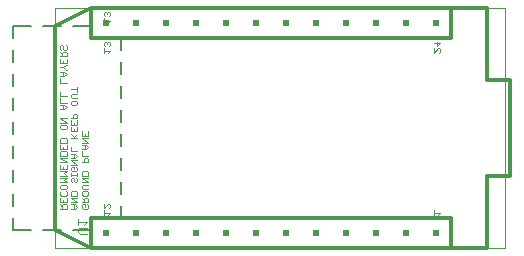
<source format=gbo>
G75*
%MOIN*%
%OFA0B0*%
%FSLAX25Y25*%
%IPPOS*%
%LPD*%
%AMOC8*
5,1,8,0,0,1.08239X$1,22.5*
%
%ADD10C,0.00000*%
%ADD11R,0.02000X0.02000*%
%ADD12C,0.01200*%
%ADD13C,0.00200*%
%ADD14C,0.00500*%
%ADD15C,0.00300*%
D10*
X0088000Y0011800D02*
X0088000Y0091800D01*
X0238000Y0091800D01*
X0238000Y0011800D01*
X0088000Y0011800D01*
D11*
X0105000Y0016800D03*
X0115000Y0016800D03*
X0125000Y0016800D03*
X0135000Y0016800D03*
X0145000Y0016800D03*
X0155000Y0016800D03*
X0165000Y0016800D03*
X0175000Y0016800D03*
X0185000Y0016800D03*
X0195000Y0016800D03*
X0205000Y0016800D03*
X0215000Y0016800D03*
X0215000Y0086800D03*
X0205000Y0086800D03*
X0195000Y0086800D03*
X0185000Y0086800D03*
X0175000Y0086800D03*
X0165000Y0086800D03*
X0155000Y0086800D03*
X0145000Y0086800D03*
X0135000Y0086800D03*
X0125000Y0086800D03*
X0115000Y0086800D03*
X0105000Y0086800D03*
D12*
X0100000Y0081800D02*
X0220000Y0081800D01*
X0220000Y0091800D01*
X0100000Y0091800D01*
X0100000Y0081800D01*
X0220000Y0081800D01*
X0220000Y0091800D01*
X0232000Y0091800D01*
X0232000Y0067800D01*
X0239500Y0067800D01*
X0239500Y0035800D01*
X0232000Y0035800D01*
X0232000Y0011800D01*
X0220000Y0011800D01*
X0220000Y0021800D01*
X0100000Y0021800D01*
X0100000Y0011800D01*
X0220000Y0011800D01*
X0220000Y0021800D01*
X0100000Y0021800D01*
X0100000Y0011800D01*
X0088000Y0017800D01*
X0088000Y0085800D01*
X0100000Y0091800D01*
X0100000Y0081800D01*
X0100000Y0091800D02*
X0088000Y0085800D01*
X0088000Y0017800D01*
X0100000Y0011800D01*
X0220000Y0011800D01*
X0232000Y0011800D01*
X0232000Y0035800D01*
X0239500Y0035800D01*
X0239500Y0067800D01*
X0232000Y0067800D01*
X0232000Y0091800D01*
X0220000Y0091800D01*
X0100000Y0091800D01*
D13*
X0104100Y0090211D02*
X0104467Y0090578D01*
X0104834Y0090578D01*
X0105201Y0090211D01*
X0105201Y0089844D01*
X0105201Y0090211D02*
X0105568Y0090578D01*
X0105935Y0090578D01*
X0106302Y0090211D01*
X0106302Y0089477D01*
X0105935Y0089110D01*
X0104467Y0089110D02*
X0104100Y0089477D01*
X0104100Y0090211D01*
X0104100Y0088368D02*
X0104100Y0086900D01*
X0104100Y0087634D02*
X0106302Y0087634D01*
X0105568Y0086900D01*
X0105568Y0080578D02*
X0105201Y0080211D01*
X0104834Y0080578D01*
X0104467Y0080578D01*
X0104100Y0080211D01*
X0104100Y0079477D01*
X0104467Y0079110D01*
X0104100Y0078368D02*
X0104100Y0076900D01*
X0104100Y0077634D02*
X0106302Y0077634D01*
X0105568Y0076900D01*
X0105935Y0079110D02*
X0106302Y0079477D01*
X0106302Y0080211D01*
X0105935Y0080578D01*
X0105568Y0080578D01*
X0105201Y0080211D02*
X0105201Y0079844D01*
X0091802Y0079038D02*
X0091802Y0078304D01*
X0091435Y0077937D01*
X0091068Y0077937D01*
X0090701Y0078304D01*
X0090701Y0079038D01*
X0090334Y0079405D01*
X0089967Y0079405D01*
X0089600Y0079038D01*
X0089600Y0078304D01*
X0089967Y0077937D01*
X0089600Y0077195D02*
X0090334Y0076461D01*
X0090334Y0076828D02*
X0090334Y0075727D01*
X0089600Y0075727D02*
X0091802Y0075727D01*
X0091802Y0076828D01*
X0091435Y0077195D01*
X0090701Y0077195D01*
X0090334Y0076828D01*
X0089600Y0074985D02*
X0089600Y0073517D01*
X0091802Y0073517D01*
X0091802Y0074985D01*
X0090701Y0074251D02*
X0090701Y0073517D01*
X0091435Y0072775D02*
X0091802Y0072775D01*
X0091435Y0072775D02*
X0090701Y0072041D01*
X0089600Y0072041D01*
X0090701Y0072041D02*
X0091435Y0071307D01*
X0091802Y0071307D01*
X0091068Y0070566D02*
X0089600Y0070566D01*
X0090701Y0070566D02*
X0090701Y0069098D01*
X0091068Y0069098D02*
X0091802Y0069832D01*
X0091068Y0070566D01*
X0091068Y0069098D02*
X0089600Y0069098D01*
X0089600Y0068356D02*
X0089600Y0066888D01*
X0091802Y0066888D01*
X0093200Y0064675D02*
X0095402Y0064675D01*
X0095402Y0063941D02*
X0095402Y0065409D01*
X0095402Y0063199D02*
X0093567Y0063199D01*
X0093200Y0062832D01*
X0093200Y0062098D01*
X0093567Y0061731D01*
X0095402Y0061731D01*
X0095035Y0060989D02*
X0095402Y0060622D01*
X0095402Y0059888D01*
X0095035Y0059521D01*
X0093567Y0059521D01*
X0093200Y0059888D01*
X0093200Y0060622D01*
X0093567Y0060989D01*
X0095035Y0060989D01*
X0091802Y0060258D02*
X0089600Y0060258D01*
X0089600Y0061726D01*
X0089600Y0062468D02*
X0089600Y0063936D01*
X0089600Y0062468D02*
X0091802Y0062468D01*
X0091068Y0059516D02*
X0089600Y0059516D01*
X0090701Y0059516D02*
X0090701Y0058048D01*
X0091068Y0058048D02*
X0091802Y0058782D01*
X0091068Y0059516D01*
X0091068Y0058048D02*
X0089600Y0058048D01*
X0089600Y0055096D02*
X0091802Y0055096D01*
X0093200Y0055102D02*
X0095402Y0055102D01*
X0095402Y0056203D01*
X0095035Y0056570D01*
X0094301Y0056570D01*
X0093934Y0056203D01*
X0093934Y0055102D01*
X0093200Y0054360D02*
X0093200Y0052892D01*
X0095402Y0052892D01*
X0095402Y0054360D01*
X0094301Y0053626D02*
X0094301Y0052892D01*
X0095402Y0052150D02*
X0095402Y0050682D01*
X0093200Y0050682D01*
X0093200Y0052150D01*
X0094301Y0051416D02*
X0094301Y0050682D01*
X0095402Y0049940D02*
X0093934Y0048472D01*
X0094301Y0048839D02*
X0093200Y0049940D01*
X0093200Y0048472D02*
X0095402Y0048472D01*
X0096800Y0048467D02*
X0099002Y0048467D01*
X0099002Y0049209D02*
X0096800Y0049209D01*
X0096800Y0050677D01*
X0097901Y0049943D02*
X0097901Y0049209D01*
X0099002Y0049209D02*
X0099002Y0050677D01*
X0096800Y0048467D02*
X0099002Y0046999D01*
X0096800Y0046999D01*
X0096800Y0046257D02*
X0098268Y0046257D01*
X0099002Y0045523D01*
X0098268Y0044789D01*
X0096800Y0044789D01*
X0096800Y0044047D02*
X0096800Y0042579D01*
X0099002Y0042579D01*
X0098635Y0041837D02*
X0097901Y0041837D01*
X0097534Y0041470D01*
X0097534Y0040369D01*
X0096800Y0040369D02*
X0099002Y0040369D01*
X0099002Y0041470D01*
X0098635Y0041837D01*
X0095402Y0041100D02*
X0093200Y0041100D01*
X0095402Y0039633D01*
X0093200Y0039633D01*
X0093567Y0038891D02*
X0094301Y0038891D01*
X0094301Y0038157D01*
X0095035Y0038891D02*
X0095402Y0038524D01*
X0095402Y0037790D01*
X0095035Y0037423D01*
X0093567Y0037423D01*
X0093200Y0037790D01*
X0093200Y0038524D01*
X0093567Y0038891D01*
X0091802Y0038159D02*
X0091802Y0039627D01*
X0091802Y0040369D02*
X0089600Y0040369D01*
X0089600Y0039627D02*
X0089600Y0038159D01*
X0091802Y0038159D01*
X0091802Y0037417D02*
X0089600Y0037417D01*
X0090701Y0038159D02*
X0090701Y0038893D01*
X0091802Y0037417D02*
X0091068Y0036683D01*
X0091802Y0035949D01*
X0089600Y0035949D01*
X0089600Y0035207D02*
X0091802Y0035207D01*
X0091068Y0034473D01*
X0091802Y0033740D01*
X0089600Y0033740D01*
X0089967Y0032998D02*
X0089600Y0032631D01*
X0089600Y0031897D01*
X0089967Y0031530D01*
X0091435Y0031530D01*
X0091802Y0031897D01*
X0091802Y0032631D01*
X0091435Y0032998D01*
X0089967Y0032998D01*
X0093200Y0034106D02*
X0093567Y0033740D01*
X0093200Y0034106D02*
X0093200Y0034840D01*
X0093567Y0035207D01*
X0093934Y0035207D01*
X0094301Y0034840D01*
X0094301Y0034106D01*
X0094668Y0033740D01*
X0095035Y0033740D01*
X0095402Y0034106D01*
X0095402Y0034840D01*
X0095035Y0035207D01*
X0095402Y0035949D02*
X0095402Y0036683D01*
X0095402Y0036316D02*
X0093200Y0036316D01*
X0093200Y0035949D02*
X0093200Y0036683D01*
X0096800Y0037050D02*
X0096800Y0035949D01*
X0099002Y0035949D01*
X0099002Y0037050D01*
X0098635Y0037417D01*
X0097167Y0037417D01*
X0096800Y0037050D01*
X0096800Y0035207D02*
X0099002Y0035207D01*
X0099002Y0033740D02*
X0096800Y0033740D01*
X0097167Y0032998D02*
X0099002Y0032998D01*
X0099002Y0033740D02*
X0096800Y0035207D01*
X0097167Y0032998D02*
X0096800Y0032631D01*
X0096800Y0031897D01*
X0097167Y0031530D01*
X0099002Y0031530D01*
X0098635Y0030788D02*
X0097167Y0030788D01*
X0096800Y0030421D01*
X0096800Y0029687D01*
X0097167Y0029320D01*
X0098635Y0029320D01*
X0099002Y0029687D01*
X0099002Y0030421D01*
X0098635Y0030788D01*
X0095402Y0030421D02*
X0095402Y0029320D01*
X0093200Y0029320D01*
X0093200Y0030421D01*
X0093567Y0030788D01*
X0095035Y0030788D01*
X0095402Y0030421D01*
X0095402Y0028578D02*
X0093200Y0028578D01*
X0095402Y0027110D01*
X0093200Y0027110D01*
X0093200Y0026368D02*
X0094668Y0026368D01*
X0095402Y0025634D01*
X0094668Y0024900D01*
X0093200Y0024900D01*
X0094301Y0024900D02*
X0094301Y0026368D01*
X0096800Y0026001D02*
X0097167Y0026368D01*
X0097901Y0026368D01*
X0097901Y0025634D01*
X0098635Y0026368D02*
X0099002Y0026001D01*
X0099002Y0025267D01*
X0098635Y0024900D01*
X0097167Y0024900D01*
X0096800Y0025267D01*
X0096800Y0026001D01*
X0096800Y0027110D02*
X0099002Y0027110D01*
X0099002Y0028211D01*
X0098635Y0028578D01*
X0097901Y0028578D01*
X0097534Y0028211D01*
X0097534Y0027110D01*
X0097534Y0027844D02*
X0096800Y0028578D01*
X0091802Y0028578D02*
X0091802Y0027110D01*
X0089600Y0027110D01*
X0089600Y0028578D01*
X0089967Y0029320D02*
X0089600Y0029687D01*
X0089600Y0030421D01*
X0089967Y0030788D01*
X0091435Y0030788D02*
X0091802Y0030421D01*
X0091802Y0029687D01*
X0091435Y0029320D01*
X0089967Y0029320D01*
X0090701Y0027844D02*
X0090701Y0027110D01*
X0090701Y0026368D02*
X0090334Y0026001D01*
X0090334Y0024900D01*
X0090334Y0025634D02*
X0089600Y0026368D01*
X0090701Y0026368D02*
X0091435Y0026368D01*
X0091802Y0026001D01*
X0091802Y0024900D01*
X0089600Y0024900D01*
X0104100Y0025110D02*
X0105568Y0026578D01*
X0105935Y0026578D01*
X0106302Y0026211D01*
X0106302Y0025477D01*
X0105935Y0025110D01*
X0106302Y0023634D02*
X0104100Y0023634D01*
X0104100Y0022900D02*
X0104100Y0024368D01*
X0104100Y0025110D02*
X0104100Y0026578D01*
X0106302Y0023634D02*
X0105568Y0022900D01*
X0091802Y0040369D02*
X0089600Y0041837D01*
X0091802Y0041837D01*
X0091802Y0042579D02*
X0089600Y0042579D01*
X0089600Y0043680D01*
X0089967Y0044047D01*
X0091435Y0044047D01*
X0091802Y0043680D01*
X0091802Y0042579D01*
X0093200Y0043310D02*
X0094668Y0043310D01*
X0095402Y0042576D01*
X0094668Y0041842D01*
X0093200Y0041842D01*
X0094301Y0041842D02*
X0094301Y0043310D01*
X0095402Y0044052D02*
X0093200Y0044052D01*
X0093200Y0045520D01*
X0091802Y0044789D02*
X0091802Y0046257D01*
X0091802Y0046999D02*
X0089600Y0046999D01*
X0089600Y0048100D01*
X0089967Y0048467D01*
X0091435Y0048467D01*
X0091802Y0048100D01*
X0091802Y0046999D01*
X0089600Y0046257D02*
X0089600Y0044789D01*
X0091802Y0044789D01*
X0090701Y0044789D02*
X0090701Y0045523D01*
X0097901Y0044789D02*
X0097901Y0046257D01*
X0091802Y0051786D02*
X0091435Y0051419D01*
X0089967Y0051419D01*
X0089600Y0051786D01*
X0089600Y0052519D01*
X0089967Y0052886D01*
X0091435Y0052886D01*
X0091802Y0052519D01*
X0091802Y0051786D01*
X0091802Y0053628D02*
X0089600Y0053628D01*
X0089600Y0055096D02*
X0091802Y0053628D01*
X0091802Y0079038D02*
X0091435Y0079405D01*
X0214100Y0080211D02*
X0216302Y0080211D01*
X0215201Y0079110D01*
X0215201Y0080578D01*
X0215568Y0078368D02*
X0215935Y0078368D01*
X0216302Y0078001D01*
X0216302Y0077267D01*
X0215935Y0076900D01*
X0215568Y0078368D02*
X0214100Y0076900D01*
X0214100Y0078368D01*
X0214100Y0024368D02*
X0214100Y0022900D01*
X0214100Y0023634D02*
X0216302Y0023634D01*
X0215568Y0022900D01*
D14*
X0074000Y0021856D02*
X0074000Y0017800D01*
X0080042Y0017800D01*
X0083979Y0017800D02*
X0090021Y0017800D01*
X0093958Y0017800D02*
X0100000Y0017800D01*
X0100000Y0021800D01*
X0103031Y0021800D01*
X0106969Y0021800D02*
X0110000Y0021800D01*
X0110000Y0025855D01*
X0110000Y0029792D02*
X0110000Y0033847D01*
X0110000Y0037784D02*
X0110000Y0041839D01*
X0110000Y0045776D02*
X0110000Y0049831D01*
X0110000Y0053769D02*
X0110000Y0057824D01*
X0110000Y0061761D02*
X0110000Y0065816D01*
X0110000Y0069753D02*
X0110000Y0073808D01*
X0110000Y0077745D02*
X0110000Y0081800D01*
X0106969Y0081800D01*
X0103031Y0081800D02*
X0100000Y0081800D01*
X0100000Y0085800D01*
X0093958Y0085800D01*
X0090021Y0085800D02*
X0083979Y0085800D01*
X0080042Y0085800D02*
X0074000Y0085800D01*
X0074000Y0081744D01*
X0074000Y0077807D02*
X0074000Y0073751D01*
X0074000Y0069814D02*
X0074000Y0065758D01*
X0074000Y0061821D02*
X0074000Y0057765D01*
X0074000Y0053828D02*
X0074000Y0049772D01*
X0074000Y0045835D02*
X0074000Y0041779D01*
X0074000Y0037842D02*
X0074000Y0033786D01*
X0074000Y0029849D02*
X0074000Y0025793D01*
D15*
X0095750Y0021431D02*
X0095750Y0019497D01*
X0095750Y0020464D02*
X0098652Y0020464D01*
X0097685Y0019497D01*
X0098652Y0018485D02*
X0096234Y0018485D01*
X0095750Y0018001D01*
X0095750Y0017034D01*
X0096234Y0016550D01*
X0098652Y0016550D01*
M02*

</source>
